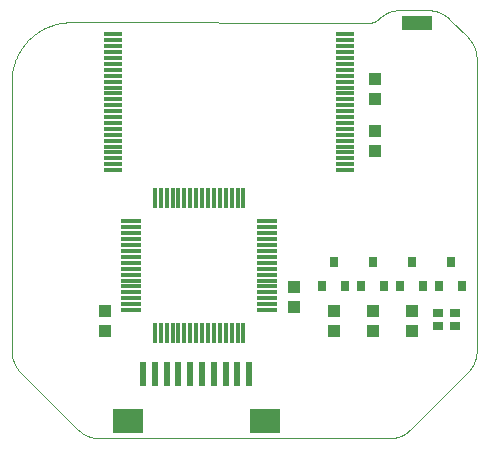
<source format=gtp>
G04 EAGLE Gerber RS-274X export*
G75*
%MOMM*%
%FSLAX34Y34*%
%LPD*%
%INSolder paste top*%
%IPPOS*%
%AMOC8*
5,1,8,0,0,1.08239X$1,22.5*%
G01*
%ADD10C,0.000000*%
%ADD11R,1.788300X0.363200*%
%ADD12R,0.363200X1.788300*%
%ADD13R,1.636400X0.300000*%
%ADD14R,1.000000X1.100000*%
%ADD15R,2.540000X1.270000*%
%ADD16R,1.100000X1.000000*%
%ADD17R,0.787400X0.889000*%
%ADD18R,0.900000X0.650000*%
%ADD19R,0.600000X2.000000*%
%ADD20R,2.500000X2.000000*%


D10*
X306979Y0D02*
X73025Y0D01*
X306979Y0D02*
X307583Y7D01*
X308188Y29D01*
X308791Y65D01*
X309393Y115D01*
X309994Y180D01*
X310594Y259D01*
X311191Y352D01*
X311786Y459D01*
X312378Y580D01*
X312967Y716D01*
X313553Y865D01*
X314135Y1029D01*
X314713Y1206D01*
X315287Y1397D01*
X315855Y1601D01*
X316419Y1819D01*
X316978Y2051D01*
X317531Y2295D01*
X318077Y2553D01*
X318618Y2824D01*
X319152Y3107D01*
X319679Y3403D01*
X320199Y3711D01*
X320711Y4032D01*
X321216Y4365D01*
X321712Y4710D01*
X322201Y5066D01*
X322680Y5434D01*
X323151Y5814D01*
X323612Y6204D01*
X324065Y6605D01*
X324507Y7017D01*
X324940Y7439D01*
X324940Y7440D02*
X373561Y56061D01*
X373560Y56060D02*
X373983Y56493D01*
X374395Y56935D01*
X374796Y57388D01*
X375186Y57849D01*
X375566Y58320D01*
X375934Y58799D01*
X376290Y59288D01*
X376635Y59784D01*
X376968Y60289D01*
X377289Y60801D01*
X377597Y61321D01*
X377893Y61848D01*
X378176Y62382D01*
X378447Y62923D01*
X378705Y63469D01*
X378949Y64022D01*
X379181Y64581D01*
X379399Y65145D01*
X379603Y65713D01*
X379794Y66287D01*
X379971Y66865D01*
X380135Y67447D01*
X380284Y68033D01*
X380420Y68622D01*
X380541Y69214D01*
X380648Y69809D01*
X380741Y70406D01*
X380820Y71006D01*
X380885Y71607D01*
X380935Y72209D01*
X380971Y72812D01*
X380993Y73417D01*
X381000Y74021D01*
X381000Y321410D01*
X380993Y322017D01*
X380971Y322624D01*
X380935Y323230D01*
X380884Y323834D01*
X380819Y324438D01*
X380739Y325040D01*
X380645Y325639D01*
X380537Y326237D01*
X380415Y326831D01*
X380278Y327423D01*
X380127Y328011D01*
X379963Y328595D01*
X379784Y329175D01*
X379591Y329751D01*
X379385Y330322D01*
X379166Y330888D01*
X378932Y331448D01*
X378686Y332003D01*
X378426Y332551D01*
X378153Y333094D01*
X377868Y333629D01*
X377569Y334158D01*
X377258Y334679D01*
X376935Y335193D01*
X376600Y335699D01*
X376252Y336197D01*
X375893Y336686D01*
X375522Y337167D01*
X375140Y337638D01*
X374747Y338100D01*
X374342Y338553D01*
X373927Y338996D01*
X373502Y339429D01*
X357749Y355079D01*
X357750Y355079D02*
X357304Y355511D01*
X356848Y355932D01*
X356382Y356342D01*
X355905Y356740D01*
X355420Y357127D01*
X354924Y357502D01*
X354420Y357864D01*
X353908Y358214D01*
X353386Y358551D01*
X352857Y358876D01*
X352320Y359187D01*
X351776Y359485D01*
X351224Y359770D01*
X350666Y360041D01*
X350101Y360299D01*
X349530Y360542D01*
X348953Y360772D01*
X348371Y360987D01*
X347783Y361189D01*
X347191Y361375D01*
X346595Y361548D01*
X345995Y361705D01*
X345390Y361848D01*
X344783Y361976D01*
X344173Y362089D01*
X343560Y362187D01*
X342944Y362271D01*
X342327Y362339D01*
X341709Y362392D01*
X341089Y362430D01*
X340469Y362452D01*
X339848Y362460D01*
X315909Y362460D01*
X315295Y362453D01*
X314681Y362430D01*
X314068Y362393D01*
X313456Y362341D01*
X312845Y362275D01*
X312237Y362193D01*
X311630Y362097D01*
X311026Y361986D01*
X310425Y361861D01*
X309827Y361721D01*
X309232Y361567D01*
X308641Y361398D01*
X308055Y361215D01*
X307473Y361018D01*
X306896Y360807D01*
X306325Y360582D01*
X305759Y360344D01*
X305199Y360092D01*
X304645Y359826D01*
X304098Y359547D01*
X303558Y359255D01*
X303025Y358950D01*
X302499Y358632D01*
X301981Y358301D01*
X301472Y357958D01*
X300971Y357603D01*
X300479Y357236D01*
X299995Y356857D01*
X299521Y356466D01*
X299057Y356064D01*
X298602Y355651D01*
X298158Y355227D01*
X298158Y355228D02*
X297947Y355027D01*
X297731Y354830D01*
X297510Y354639D01*
X297285Y354454D01*
X297055Y354274D01*
X296821Y354100D01*
X296583Y353931D01*
X296341Y353768D01*
X296095Y353611D01*
X295845Y353460D01*
X295592Y353315D01*
X295335Y353177D01*
X295075Y353044D01*
X294812Y352918D01*
X294546Y352799D01*
X294277Y352685D01*
X294005Y352579D01*
X293731Y352479D01*
X293454Y352385D01*
X293176Y352299D01*
X292895Y352219D01*
X292612Y352146D01*
X292328Y352080D01*
X292042Y352021D01*
X291755Y351968D01*
X291467Y351923D01*
X291178Y351885D01*
X290888Y351854D01*
X290597Y351829D01*
X290305Y351812D01*
X290014Y351802D01*
X289722Y351799D01*
X289722Y351798D02*
X37383Y352217D01*
X36174Y352204D01*
X34965Y352162D01*
X33758Y352091D01*
X32552Y351991D01*
X31349Y351862D01*
X30150Y351703D01*
X28955Y351516D01*
X27765Y351299D01*
X26581Y351054D01*
X25403Y350781D01*
X24231Y350479D01*
X23068Y350149D01*
X21912Y349790D01*
X20766Y349404D01*
X19630Y348990D01*
X18503Y348549D01*
X17388Y348081D01*
X16285Y347586D01*
X15193Y347064D01*
X14115Y346517D01*
X13050Y345943D01*
X11999Y345343D01*
X10964Y344719D01*
X9943Y344069D01*
X8939Y343395D01*
X7951Y342697D01*
X6980Y341975D01*
X6028Y341230D01*
X5093Y340462D01*
X4177Y339672D01*
X3281Y338860D01*
X2405Y338026D01*
X1549Y337172D01*
X714Y336297D01*
X-100Y335402D01*
X-892Y334487D01*
X-1661Y333554D01*
X-2408Y332602D01*
X-3131Y331633D01*
X-3831Y330646D01*
X-4507Y329643D01*
X-5158Y328624D01*
X-5784Y327589D01*
X-6385Y326539D01*
X-6961Y325476D01*
X-7511Y324398D01*
X-8034Y323308D01*
X-8531Y322205D01*
X-9001Y321090D01*
X-9444Y319965D01*
X-9860Y318829D01*
X-10248Y317683D01*
X-10608Y316529D01*
X-10940Y315366D01*
X-11244Y314195D01*
X-11520Y313017D01*
X-11767Y311833D01*
X-11985Y310643D01*
X-12174Y309449D01*
X-12335Y308250D01*
X-12466Y307047D01*
X-12568Y305842D01*
X-12642Y304635D01*
X-12685Y303426D01*
X-12700Y302217D01*
X-12700Y149225D01*
X-12700Y117475D01*
X-12700Y74021D01*
X43360Y7439D02*
X43793Y7017D01*
X44235Y6605D01*
X44688Y6204D01*
X45149Y5814D01*
X45620Y5434D01*
X46099Y5066D01*
X46588Y4710D01*
X47084Y4365D01*
X47589Y4032D01*
X48101Y3711D01*
X48621Y3403D01*
X49148Y3107D01*
X49682Y2824D01*
X50223Y2553D01*
X50769Y2295D01*
X51322Y2051D01*
X51881Y1819D01*
X52445Y1601D01*
X53013Y1397D01*
X53587Y1206D01*
X54165Y1029D01*
X54747Y865D01*
X55333Y716D01*
X55922Y580D01*
X56514Y459D01*
X57109Y352D01*
X57706Y259D01*
X58306Y180D01*
X58907Y115D01*
X59509Y65D01*
X60112Y29D01*
X60717Y7D01*
X61321Y0D01*
X43361Y7440D02*
X-5261Y56061D01*
X-5260Y56060D02*
X-5683Y56493D01*
X-6095Y56935D01*
X-6496Y57388D01*
X-6886Y57849D01*
X-7266Y58320D01*
X-7634Y58799D01*
X-7990Y59288D01*
X-8335Y59784D01*
X-8668Y60289D01*
X-8989Y60801D01*
X-9297Y61321D01*
X-9593Y61848D01*
X-9876Y62382D01*
X-10147Y62923D01*
X-10405Y63469D01*
X-10649Y64022D01*
X-10881Y64581D01*
X-11099Y65145D01*
X-11303Y65713D01*
X-11494Y66287D01*
X-11671Y66865D01*
X-11835Y67447D01*
X-11984Y68033D01*
X-12120Y68622D01*
X-12241Y69214D01*
X-12348Y69809D01*
X-12441Y70406D01*
X-12520Y71006D01*
X-12585Y71607D01*
X-12635Y72209D01*
X-12671Y72812D01*
X-12693Y73417D01*
X-12700Y74021D01*
X61321Y0D02*
X73025Y0D01*
D11*
X88784Y183550D03*
X88784Y178550D03*
X88784Y173550D03*
X88784Y168550D03*
X88784Y163550D03*
X88784Y158550D03*
X88784Y153550D03*
X88784Y148550D03*
X88784Y143550D03*
X88784Y138550D03*
X88784Y133550D03*
X88784Y128550D03*
X88784Y123550D03*
X88784Y118550D03*
X88784Y113550D03*
X88784Y108550D03*
D12*
X108550Y88784D03*
X113550Y88784D03*
X118550Y88784D03*
X123550Y88784D03*
X128550Y88784D03*
X133550Y88784D03*
X138550Y88784D03*
X143550Y88784D03*
X148550Y88784D03*
X153550Y88784D03*
X158550Y88784D03*
X163550Y88784D03*
X168550Y88784D03*
X173550Y88784D03*
X178550Y88784D03*
X183550Y88784D03*
D11*
X203316Y108550D03*
X203316Y113550D03*
X203316Y118550D03*
X203316Y123550D03*
X203316Y128550D03*
X203316Y133550D03*
X203316Y138550D03*
X203316Y143550D03*
X203316Y148550D03*
X203316Y153550D03*
X203316Y158550D03*
X203316Y163550D03*
X203316Y168550D03*
X203316Y173550D03*
X203316Y178550D03*
X203316Y183550D03*
D12*
X183550Y203316D03*
X178550Y203316D03*
X173550Y203316D03*
X168550Y203316D03*
X163550Y203316D03*
X158550Y203316D03*
X153550Y203316D03*
X148550Y203316D03*
X143550Y203316D03*
X138550Y203316D03*
X133550Y203316D03*
X128550Y203316D03*
X123550Y203316D03*
X118550Y203316D03*
X113550Y203316D03*
X108550Y203316D03*
D13*
X73056Y341980D03*
X73056Y336980D03*
X73056Y331980D03*
X73056Y326980D03*
X73056Y321980D03*
X73056Y316980D03*
X73056Y311980D03*
X73056Y306980D03*
X73056Y301980D03*
X73056Y296980D03*
X73056Y291980D03*
X73056Y286980D03*
X73056Y281980D03*
X73056Y276980D03*
X73056Y271980D03*
X73056Y266980D03*
X73056Y261980D03*
X73056Y256980D03*
X73056Y251980D03*
X73056Y246980D03*
X73056Y241980D03*
X73056Y236980D03*
X73056Y231980D03*
X73056Y226980D03*
X269844Y226980D03*
X269844Y231980D03*
X269844Y236980D03*
X269844Y241980D03*
X269844Y246980D03*
X269844Y251980D03*
X269844Y256980D03*
X269844Y261980D03*
X269844Y266980D03*
X269844Y271980D03*
X269844Y276980D03*
X269844Y281980D03*
X269844Y286980D03*
X269844Y291980D03*
X269844Y296980D03*
X269844Y301980D03*
X269844Y306980D03*
X269844Y311980D03*
X269844Y316980D03*
X269844Y321980D03*
X269844Y326980D03*
X269844Y331980D03*
X269844Y336980D03*
X269844Y341980D03*
D14*
X226060Y127880D03*
X226060Y110880D03*
X294640Y287410D03*
X294640Y304410D03*
X294640Y259960D03*
X294640Y242960D03*
D15*
X330200Y351790D03*
D16*
X66040Y107560D03*
X66040Y90560D03*
D17*
X316484Y128905D03*
X335788Y128905D03*
X326136Y149225D03*
D16*
X260350Y91195D03*
X260350Y108195D03*
X293370Y91195D03*
X293370Y108195D03*
X326390Y91195D03*
X326390Y108195D03*
D18*
X348600Y94830D03*
X362600Y94830D03*
X348600Y105830D03*
X362600Y105830D03*
D17*
X283464Y128905D03*
X302768Y128905D03*
X293116Y149225D03*
X349504Y128905D03*
X368808Y128905D03*
X359156Y149225D03*
X250444Y128905D03*
X269748Y128905D03*
X260096Y149225D03*
D19*
X98510Y54610D03*
X108510Y54610D03*
X118510Y54610D03*
X128510Y54610D03*
X138510Y54610D03*
X148510Y54610D03*
X158510Y54610D03*
X168510Y54610D03*
X178510Y54610D03*
X188510Y54610D03*
D20*
X201510Y14610D03*
X85510Y14610D03*
M02*

</source>
